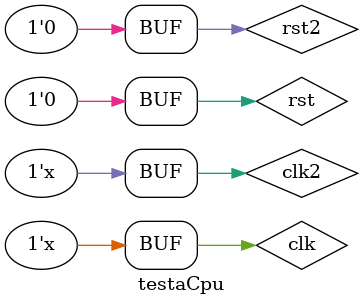
<source format=v>

`timescale 1ns / 1ps
module testaCpu;
  reg clk;
  reg clk2;
  reg rst;
  reg rst2;
   
  wire [3:0] dados;
  wire dados2;
  wire ack;
  wire sendPeriferico;
  wire ackPeriferico;
   
   
  wire [3:0] dadosPeriferico;
  // Outputs
  wire [1:0] estadoPeriferico;

  // Outputs
  wire [3:0] estadoCPU;
  wire send;
  
   // Instantiate the Unit Under Test (UUT)
	machineCPU uut (
      .estadoCPU(estadoCPU),   		
      .rst(rst),
      .clk(clk), 
      .dados(dados), 
      .ack(ack), 
      .send(send)
	);
  
    
  	periferico uutPeriferico (
      .estadoPeriferico(estadoPeriferico),			  
      .rst2(rst2),
      .clk2(clk2), 
      .dados2(dados),  
      .send2(send),
      .ack1(ack),
      .dadosPeriferico(dadosPeriferico)				  
      
	);

    
  
  initial begin
    $dumpfile("dump.vcd");
    $dumpvars(1);
   
 
    rst=1;
    rst2 = 1;
   
    #20
     
    rst=0;
    rst2 = 0;
   
    
  
  end

    
 
   always  #8  clk =  ! clk;
   always  #5  clk2 =  ! clk2;
endmodule

</source>
